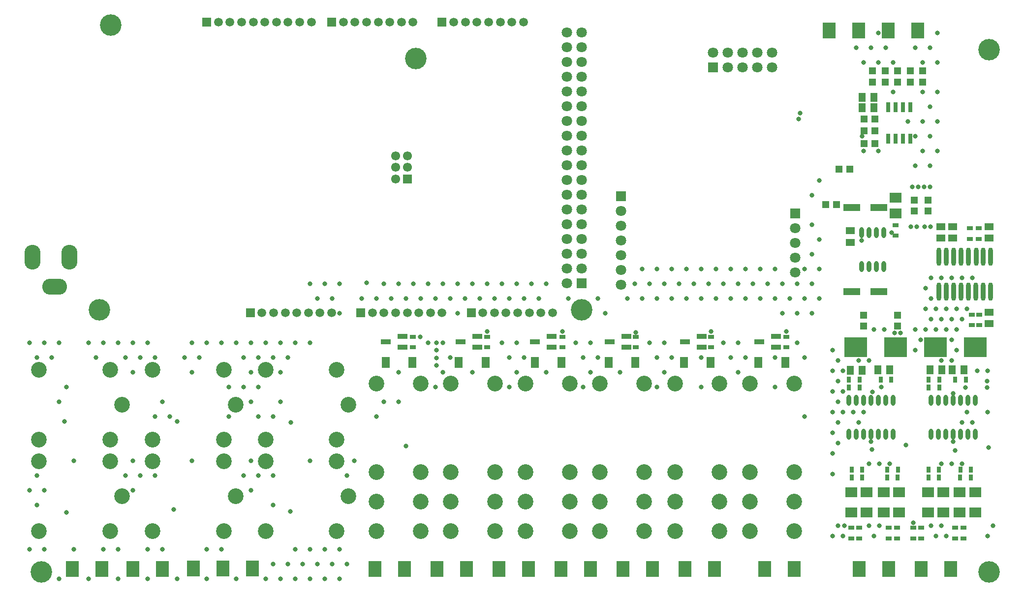
<source format=gts>
G04 Layer_Color=8388736*
%FSTAX24Y24*%
%MOIN*%
G70*
G01*
G75*
%ADD53R,0.0513X0.0513*%
%ADD54R,0.0513X0.0513*%
%ADD55O,0.0316X0.0749*%
%ADD56R,0.0434X0.0316*%
%ADD57R,0.0316X0.0434*%
%ADD58R,0.0789X0.0710*%
%ADD59R,0.1580X0.1379*%
%ADD60R,0.1580X0.1340*%
%ADD61R,0.0513X0.0630*%
%ADD62R,0.1182X0.0474*%
%ADD63R,0.0630X0.0513*%
%ADD64O,0.0316X0.1241*%
%ADD65R,0.0316X0.0651*%
%ADD66R,0.0680X0.0320*%
%ADD67R,0.0533X0.0760*%
%ADD68C,0.0710*%
%ADD69R,0.0710X0.0710*%
%ADD70C,0.1458*%
%ADD71R,0.0867X0.1064*%
%ADD72O,0.1680X0.1080*%
%ADD73O,0.1080X0.1680*%
%ADD74C,0.0592*%
%ADD75R,0.0592X0.0592*%
%ADD76R,0.0710X0.0710*%
%ADD77C,0.0612*%
%ADD78R,0.0612X0.0612*%
%ADD79C,0.1064*%
%ADD80C,0.0320*%
D53*
X0811Y050414D02*
D03*
Y049666D02*
D03*
X0828Y049666D02*
D03*
Y050414D02*
D03*
X0845Y049666D02*
D03*
Y050414D02*
D03*
X08195Y050414D02*
D03*
Y049666D02*
D03*
X08365Y050414D02*
D03*
Y049666D02*
D03*
X08278Y033874D02*
D03*
Y033126D02*
D03*
X0805D02*
D03*
Y033874D02*
D03*
X08485Y041674D02*
D03*
Y040926D02*
D03*
X08393Y041674D02*
D03*
Y040926D02*
D03*
D54*
X080526Y0455D02*
D03*
X081274D02*
D03*
X080526Y04715D02*
D03*
X081274D02*
D03*
X080526Y04635D02*
D03*
X081274D02*
D03*
X077926Y04135D02*
D03*
X078674D02*
D03*
X078826Y04375D02*
D03*
X079574D02*
D03*
D55*
X0795Y028093D02*
D03*
X0805D02*
D03*
X081D02*
D03*
X0815D02*
D03*
X082D02*
D03*
X0825D02*
D03*
X0815Y025807D02*
D03*
X082D02*
D03*
X0825Y025806D02*
D03*
X08Y028093D02*
D03*
X081Y025807D02*
D03*
X0805D02*
D03*
X08D02*
D03*
X0795D02*
D03*
X08505D02*
D03*
X08555D02*
D03*
X08605D02*
D03*
X08655D02*
D03*
X08555Y028093D02*
D03*
X08805Y025806D02*
D03*
X08755Y025807D02*
D03*
X08705D02*
D03*
X08805Y028093D02*
D03*
X08755D02*
D03*
X08705D02*
D03*
X08655D02*
D03*
X08605D02*
D03*
X08505D02*
D03*
X08035Y037157D02*
D03*
X08085D02*
D03*
X08135D02*
D03*
X08185D02*
D03*
X08035Y039443D02*
D03*
X08085D02*
D03*
X08135D02*
D03*
X08185D02*
D03*
D56*
X08784Y03318D02*
D03*
X08784Y033895D02*
D03*
X07965Y01945D02*
D03*
X07965Y018735D02*
D03*
X0822Y01945D02*
D03*
X0822Y018735D02*
D03*
X08275Y01945D02*
D03*
X08275Y018735D02*
D03*
X0802Y01945D02*
D03*
X0802Y018735D02*
D03*
X08725D02*
D03*
X08725Y01945D02*
D03*
X0867Y018735D02*
D03*
X0867Y01945D02*
D03*
X0844Y018735D02*
D03*
X0844Y01945D02*
D03*
X08385Y018735D02*
D03*
X08385Y01945D02*
D03*
X08834Y033895D02*
D03*
X08834Y03318D02*
D03*
X08769Y039745D02*
D03*
X08769Y03903D02*
D03*
X08829Y039745D02*
D03*
X08829Y03903D02*
D03*
X07525Y031685D02*
D03*
X07525Y0324D02*
D03*
X07015Y031685D02*
D03*
X07015Y0324D02*
D03*
X06505Y031685D02*
D03*
X06505Y0324D02*
D03*
X0601Y031685D02*
D03*
X0601Y0324D02*
D03*
X055Y031685D02*
D03*
X055Y0324D02*
D03*
X04995Y031685D02*
D03*
X04995Y0324D02*
D03*
X08265Y039965D02*
D03*
X08265Y03925D02*
D03*
D57*
X0795Y02895D02*
D03*
X080215Y02895D02*
D03*
X0828Y02285D02*
D03*
X082085Y02285D02*
D03*
X0821Y0234D02*
D03*
X082815Y0234D02*
D03*
X0804Y0234D02*
D03*
X079685Y0234D02*
D03*
X0804Y02285D02*
D03*
X079685Y02285D02*
D03*
X08165Y0295D02*
D03*
X082365Y0295D02*
D03*
X0795Y0295D02*
D03*
X080215Y0295D02*
D03*
X084885Y02285D02*
D03*
X0856Y02285D02*
D03*
X084885Y0234D02*
D03*
X0856Y0234D02*
D03*
X087035Y02285D02*
D03*
X08775Y02285D02*
D03*
X087765Y0234D02*
D03*
X08705Y0234D02*
D03*
X085615Y02895D02*
D03*
X0849Y02895D02*
D03*
X085615Y0295D02*
D03*
X0849Y0295D02*
D03*
X087415Y0295D02*
D03*
X0867Y0295D02*
D03*
D58*
X08185Y020499D02*
D03*
Y021851D02*
D03*
X0829D02*
D03*
Y020499D02*
D03*
X07965Y021851D02*
D03*
Y020499D02*
D03*
X0807D02*
D03*
Y021851D02*
D03*
X08805Y020499D02*
D03*
Y021851D02*
D03*
X087D02*
D03*
Y020499D02*
D03*
X0859Y021851D02*
D03*
Y020499D02*
D03*
X08485D02*
D03*
Y021851D02*
D03*
X08265Y041831D02*
D03*
Y040769D02*
D03*
D59*
X079953Y0317D02*
D03*
X085353D02*
D03*
D60*
X082647D02*
D03*
X088047D02*
D03*
D61*
X082244Y03015D02*
D03*
X081456D02*
D03*
X079606Y03014D02*
D03*
X080394D02*
D03*
X085794Y03015D02*
D03*
X085006D02*
D03*
X086506Y03015D02*
D03*
X087294D02*
D03*
X080406Y04794D02*
D03*
X081194D02*
D03*
X080406Y04864D02*
D03*
X081194D02*
D03*
D62*
X081519Y03545D02*
D03*
X079681D02*
D03*
X081519Y04115D02*
D03*
X079681D02*
D03*
D63*
X0796Y038806D02*
D03*
Y039594D02*
D03*
X08899Y033286D02*
D03*
Y034074D02*
D03*
X08574Y039874D02*
D03*
Y039086D02*
D03*
X08654Y039874D02*
D03*
Y039086D02*
D03*
X08899Y039086D02*
D03*
Y039874D02*
D03*
D64*
X08909Y037811D02*
D03*
X08859D02*
D03*
X08814D02*
D03*
X08759D02*
D03*
X08709D02*
D03*
X08659D02*
D03*
X08609D02*
D03*
X08559D02*
D03*
X08909Y035449D02*
D03*
X08859D02*
D03*
X08809D02*
D03*
X08759D02*
D03*
X08709D02*
D03*
X08659D02*
D03*
X08609D02*
D03*
X08559D02*
D03*
D65*
X08215Y045817D02*
D03*
X08265D02*
D03*
X08315D02*
D03*
X08365D02*
D03*
X08215Y047963D02*
D03*
X08265D02*
D03*
X08315D02*
D03*
X08365D02*
D03*
D66*
X073436Y03205D02*
D03*
X074564Y032424D02*
D03*
Y031676D02*
D03*
X068386Y03205D02*
D03*
X069514Y032424D02*
D03*
Y031676D02*
D03*
X063286Y03205D02*
D03*
X064414Y032424D02*
D03*
Y031676D02*
D03*
X058236Y03205D02*
D03*
X059364Y032424D02*
D03*
Y031676D02*
D03*
X053186Y03205D02*
D03*
X054314Y032424D02*
D03*
Y031676D02*
D03*
X048136Y03205D02*
D03*
X049264Y032424D02*
D03*
Y031676D02*
D03*
D67*
X075188Y030641D02*
D03*
X073372D02*
D03*
X070139D02*
D03*
X068322D02*
D03*
X065038D02*
D03*
X063222D02*
D03*
X060038D02*
D03*
X058222D02*
D03*
X054889D02*
D03*
X053072D02*
D03*
X049939D02*
D03*
X048122D02*
D03*
D68*
X0703Y05165D02*
D03*
X0713D02*
D03*
X0723D02*
D03*
X0733D02*
D03*
X0743D02*
D03*
Y05065D02*
D03*
X0733D02*
D03*
X0723D02*
D03*
X0713D02*
D03*
X060386Y036013D02*
D03*
Y037013D02*
D03*
Y038013D02*
D03*
Y039013D02*
D03*
Y040013D02*
D03*
Y041013D02*
D03*
Y042013D02*
D03*
Y043013D02*
D03*
Y044013D02*
D03*
Y045013D02*
D03*
Y046013D02*
D03*
Y047013D02*
D03*
Y048013D02*
D03*
Y049013D02*
D03*
Y050013D02*
D03*
Y051013D02*
D03*
Y052013D02*
D03*
Y053013D02*
D03*
X061386D02*
D03*
Y052013D02*
D03*
Y051013D02*
D03*
Y050013D02*
D03*
Y049013D02*
D03*
Y048013D02*
D03*
Y047013D02*
D03*
Y046013D02*
D03*
Y045013D02*
D03*
Y044013D02*
D03*
Y043013D02*
D03*
Y042013D02*
D03*
Y041013D02*
D03*
Y040013D02*
D03*
Y039013D02*
D03*
Y038013D02*
D03*
Y037013D02*
D03*
X075859Y036747D02*
D03*
Y037747D02*
D03*
Y038747D02*
D03*
Y039747D02*
D03*
X064048Y035928D02*
D03*
Y036928D02*
D03*
Y037928D02*
D03*
Y038928D02*
D03*
Y040928D02*
D03*
Y039928D02*
D03*
D69*
X0703Y05065D02*
D03*
D70*
X089Y051864D02*
D03*
Y01645D02*
D03*
X024775D02*
D03*
X028712Y034234D02*
D03*
X061389D02*
D03*
X050168Y051274D02*
D03*
X029499Y053526D02*
D03*
D71*
X08215Y05315D02*
D03*
X08415D02*
D03*
X080155D02*
D03*
X07816D02*
D03*
X0822Y01665D02*
D03*
X0802D02*
D03*
X0371Y0167D02*
D03*
X0351D02*
D03*
X039095D02*
D03*
X0864Y01665D02*
D03*
X0844D02*
D03*
X0289D02*
D03*
X0269D02*
D03*
X033D02*
D03*
X031D02*
D03*
X0758D02*
D03*
X0738D02*
D03*
X0704D02*
D03*
X0684D02*
D03*
X0494D02*
D03*
X0474D02*
D03*
X0536D02*
D03*
X0516D02*
D03*
X0578D02*
D03*
X0558D02*
D03*
X062D02*
D03*
X06D02*
D03*
X0662D02*
D03*
X0642D02*
D03*
D72*
X025684Y035778D02*
D03*
D73*
X024184Y037778D02*
D03*
X026684D02*
D03*
D74*
X057452Y053722D02*
D03*
X036783D02*
D03*
X03757D02*
D03*
X038358D02*
D03*
X039145D02*
D03*
X039932D02*
D03*
X04072D02*
D03*
X041507D02*
D03*
X042294D02*
D03*
X043082D02*
D03*
X052728D02*
D03*
X053515D02*
D03*
X054302D02*
D03*
X05509D02*
D03*
X055877D02*
D03*
X056665D02*
D03*
X045247D02*
D03*
X046035D02*
D03*
X046822D02*
D03*
X047609D02*
D03*
X048397D02*
D03*
X049184D02*
D03*
X049972D02*
D03*
X054696Y034037D02*
D03*
X055483D02*
D03*
X056271D02*
D03*
X057058D02*
D03*
X057846D02*
D03*
X058633D02*
D03*
X047216D02*
D03*
X048003D02*
D03*
X048791D02*
D03*
X049578D02*
D03*
X050365D02*
D03*
X051153D02*
D03*
X039735D02*
D03*
X040523D02*
D03*
X04131D02*
D03*
X042098D02*
D03*
X042885D02*
D03*
X043672D02*
D03*
X04446D02*
D03*
X05942D02*
D03*
X05194D02*
D03*
D75*
X035995Y053722D02*
D03*
X05194D02*
D03*
X04446D02*
D03*
X053909Y034037D02*
D03*
X046428D02*
D03*
X038948D02*
D03*
D76*
X061386Y036013D02*
D03*
X075859Y040747D02*
D03*
X064048Y041928D02*
D03*
D77*
X049578Y04388D02*
D03*
Y044667D02*
D03*
X048791D02*
D03*
Y04388D02*
D03*
Y043093D02*
D03*
D78*
X049578D02*
D03*
D79*
X029442Y023961D02*
D03*
Y019237D02*
D03*
X024639D02*
D03*
Y023961D02*
D03*
X030249Y021599D02*
D03*
X037142Y030161D02*
D03*
Y025437D02*
D03*
X032339D02*
D03*
Y030161D02*
D03*
X037949Y027799D02*
D03*
X029442Y030161D02*
D03*
Y025437D02*
D03*
X024639D02*
D03*
Y030161D02*
D03*
X030249Y027799D02*
D03*
X044792Y030161D02*
D03*
Y025437D02*
D03*
X039989D02*
D03*
Y030161D02*
D03*
X045599Y027799D02*
D03*
X037142Y023961D02*
D03*
Y019237D02*
D03*
X032339D02*
D03*
Y023961D02*
D03*
X037949Y021599D02*
D03*
X044792Y023961D02*
D03*
Y019237D02*
D03*
X039989D02*
D03*
Y023961D02*
D03*
X045599Y021599D02*
D03*
X047484Y029211D02*
D03*
X050476D02*
D03*
X047484Y019211D02*
D03*
Y021211D02*
D03*
Y023211D02*
D03*
X050476Y019211D02*
D03*
Y021211D02*
D03*
Y023211D02*
D03*
X052534Y029211D02*
D03*
X055526D02*
D03*
X052534Y019211D02*
D03*
Y021211D02*
D03*
Y023211D02*
D03*
X055526Y019211D02*
D03*
Y021211D02*
D03*
Y023211D02*
D03*
X057584Y029211D02*
D03*
X060576D02*
D03*
X057584Y019211D02*
D03*
Y021211D02*
D03*
Y023211D02*
D03*
X060576Y019211D02*
D03*
Y021211D02*
D03*
Y023211D02*
D03*
X062634Y029211D02*
D03*
X065626D02*
D03*
X062634Y019211D02*
D03*
Y021211D02*
D03*
Y023211D02*
D03*
X065626Y019211D02*
D03*
Y021211D02*
D03*
Y023211D02*
D03*
X067734Y029211D02*
D03*
X070726D02*
D03*
X067734Y019211D02*
D03*
Y021211D02*
D03*
Y023211D02*
D03*
X070726Y019211D02*
D03*
Y021211D02*
D03*
Y023211D02*
D03*
X072784Y029211D02*
D03*
X075776D02*
D03*
X072784Y019211D02*
D03*
Y021211D02*
D03*
Y023211D02*
D03*
X075776Y019211D02*
D03*
Y021211D02*
D03*
Y023211D02*
D03*
D80*
X076Y032D02*
D03*
X0765Y031D02*
D03*
Y027D02*
D03*
X0745Y031D02*
D03*
Y029D02*
D03*
X072Y032D02*
D03*
X0725Y031D02*
D03*
X072Y03D02*
D03*
X071Y032D02*
D03*
X0715Y031D02*
D03*
X0695D02*
D03*
Y029D02*
D03*
X067Y032D02*
D03*
X0675Y031D02*
D03*
X067Y03D02*
D03*
X066Y032D02*
D03*
X0665Y031D02*
D03*
Y029D02*
D03*
X064Y03D02*
D03*
X062Y032D02*
D03*
X0625Y031D02*
D03*
X062Y03D02*
D03*
X061Y032D02*
D03*
X0615Y031D02*
D03*
Y029D02*
D03*
X059Y03D02*
D03*
X057Y032D02*
D03*
X0575Y031D02*
D03*
X057Y03D02*
D03*
X056Y032D02*
D03*
X0565Y031D02*
D03*
Y029D02*
D03*
X054Y03D02*
D03*
X052Y032D02*
D03*
X0525Y031D02*
D03*
X052Y03D02*
D03*
X051Y032D02*
D03*
X0515Y029D02*
D03*
X049Y03D02*
D03*
Y028D02*
D03*
X0495Y025D02*
D03*
X048Y028D02*
D03*
X0475Y027D02*
D03*
X046Y024D02*
D03*
X0455Y023D02*
D03*
X045Y018D02*
D03*
X0455Y017D02*
D03*
X045Y016D02*
D03*
X044Y018D02*
D03*
X0445Y017D02*
D03*
X044Y016D02*
D03*
X043Y032D02*
D03*
Y024D02*
D03*
Y018D02*
D03*
X0435Y017D02*
D03*
X043Y016D02*
D03*
X042Y032D02*
D03*
Y018D02*
D03*
X0425Y017D02*
D03*
X042Y016D02*
D03*
X041Y032D02*
D03*
X0415Y031D02*
D03*
X041Y03D02*
D03*
Y028D02*
D03*
X0415Y017D02*
D03*
X041Y016D02*
D03*
X04Y032D02*
D03*
X0405Y031D02*
D03*
Y027D02*
D03*
Y023D02*
D03*
Y021D02*
D03*
Y017D02*
D03*
X04Y016D02*
D03*
X039Y032D02*
D03*
X0395Y031D02*
D03*
X039Y03D02*
D03*
X0395Y029D02*
D03*
X039Y028D02*
D03*
X0395Y027D02*
D03*
X039Y024D02*
D03*
X0395Y023D02*
D03*
X039Y022D02*
D03*
X038Y032D02*
D03*
X0385Y031D02*
D03*
Y029D02*
D03*
Y023D02*
D03*
X038Y016D02*
D03*
X037Y032D02*
D03*
X0375Y029D02*
D03*
Y027D02*
D03*
X037Y018D02*
D03*
X036Y032D02*
D03*
Y018D02*
D03*
Y016D02*
D03*
X035Y032D02*
D03*
X0355Y031D02*
D03*
X035Y03D02*
D03*
Y024D02*
D03*
X0345Y031D02*
D03*
X034Y016D02*
D03*
X033Y028D02*
D03*
X0335Y027D02*
D03*
X033Y018D02*
D03*
X032Y032D02*
D03*
X0325Y031D02*
D03*
Y027D02*
D03*
Y023D02*
D03*
X032Y018D02*
D03*
Y016D02*
D03*
X031Y032D02*
D03*
X0315Y031D02*
D03*
X031Y03D02*
D03*
Y024D02*
D03*
X0315Y023D02*
D03*
X031Y022D02*
D03*
X03Y032D02*
D03*
X0305Y031D02*
D03*
Y023D02*
D03*
X03Y018D02*
D03*
Y016D02*
D03*
X029Y032D02*
D03*
Y018D02*
D03*
X028Y032D02*
D03*
X0285Y031D02*
D03*
X028Y016D02*
D03*
X027Y024D02*
D03*
Y018D02*
D03*
X026Y032D02*
D03*
X0265Y029D02*
D03*
X026Y028D02*
D03*
Y016D02*
D03*
X025Y032D02*
D03*
X0255Y031D02*
D03*
X025Y022D02*
D03*
Y018D02*
D03*
X024Y032D02*
D03*
X0245Y031D02*
D03*
Y023D02*
D03*
X024Y022D02*
D03*
X0245Y021D02*
D03*
X024Y018D02*
D03*
X0855Y053D02*
D03*
X085Y052D02*
D03*
X0855Y051D02*
D03*
Y049D02*
D03*
X085Y048D02*
D03*
X0855Y047D02*
D03*
X085Y046D02*
D03*
X0855Y045D02*
D03*
X085Y044D02*
D03*
X084Y052D02*
D03*
X0845Y051D02*
D03*
Y049D02*
D03*
Y047D02*
D03*
X084Y046D02*
D03*
X0845Y045D02*
D03*
X084Y044D02*
D03*
X0835Y047D02*
D03*
X082Y052D02*
D03*
X0825Y051D02*
D03*
Y049D02*
D03*
X0815Y053D02*
D03*
X081Y052D02*
D03*
X0815Y051D02*
D03*
Y045D02*
D03*
X08Y052D02*
D03*
X0805Y051D02*
D03*
Y045D02*
D03*
X0775Y043D02*
D03*
X077Y042D02*
D03*
Y04D02*
D03*
X0775Y039D02*
D03*
X077Y038D02*
D03*
X0775Y037D02*
D03*
X077Y036D02*
D03*
X0775Y035D02*
D03*
X077Y034D02*
D03*
X0765Y037D02*
D03*
X076Y036D02*
D03*
X0765Y035D02*
D03*
X076Y034D02*
D03*
X075Y036D02*
D03*
X0755Y035D02*
D03*
X075Y034D02*
D03*
X0745Y037D02*
D03*
X074Y036D02*
D03*
X0745Y035D02*
D03*
X0735Y037D02*
D03*
X073Y036D02*
D03*
X0735Y035D02*
D03*
X0725Y037D02*
D03*
X072Y036D02*
D03*
X0725Y035D02*
D03*
X0715Y037D02*
D03*
X071Y036D02*
D03*
X0715Y035D02*
D03*
X0705Y037D02*
D03*
X07Y036D02*
D03*
X0705Y035D02*
D03*
X0695Y037D02*
D03*
X069Y036D02*
D03*
X0695Y035D02*
D03*
X0685Y037D02*
D03*
X068Y036D02*
D03*
X0685Y035D02*
D03*
X0675Y037D02*
D03*
X067Y036D02*
D03*
X0675Y035D02*
D03*
X0665Y037D02*
D03*
X066Y036D02*
D03*
X0665Y035D02*
D03*
X0655Y037D02*
D03*
X065Y036D02*
D03*
X0655Y035D02*
D03*
X0645D02*
D03*
X063Y034D02*
D03*
X0625Y035D02*
D03*
X0605D02*
D03*
X059Y036D02*
D03*
X058D02*
D03*
X0585Y035D02*
D03*
X057Y036D02*
D03*
X0575Y035D02*
D03*
X056Y036D02*
D03*
X0565Y035D02*
D03*
X055Y036D02*
D03*
X0555Y035D02*
D03*
X054Y036D02*
D03*
X0545Y035D02*
D03*
X053Y036D02*
D03*
X0535Y035D02*
D03*
X053Y034D02*
D03*
X052Y036D02*
D03*
X0525Y035D02*
D03*
X051Y036D02*
D03*
X0515Y035D02*
D03*
X05Y036D02*
D03*
X0505Y035D02*
D03*
X049Y036D02*
D03*
X0495Y035D02*
D03*
X048Y036D02*
D03*
X0485Y035D02*
D03*
X0475D02*
D03*
X0465D02*
D03*
X045Y036D02*
D03*
Y034D02*
D03*
X044Y036D02*
D03*
X0445Y035D02*
D03*
X043Y036D02*
D03*
X0435Y035D02*
D03*
X0889Y0301D02*
D03*
Y0273D02*
D03*
X08925Y0196D02*
D03*
X0889Y0189D02*
D03*
X0882Y0301D02*
D03*
X08785Y0364D02*
D03*
X0875Y0343D02*
D03*
Y0273D02*
D03*
X08785Y0266D02*
D03*
X08715Y0364D02*
D03*
X0868Y0343D02*
D03*
X08715Y0336D02*
D03*
X0868Y0329D02*
D03*
Y0315D02*
D03*
X08715Y0266D02*
D03*
Y0238D02*
D03*
X08645Y0364D02*
D03*
X0861Y0343D02*
D03*
X08645Y0336D02*
D03*
X0861Y0329D02*
D03*
X08645Y0322D02*
D03*
Y0308D02*
D03*
Y0238D02*
D03*
X0861Y0189D02*
D03*
X08575Y0364D02*
D03*
X0854Y0343D02*
D03*
X08575Y0336D02*
D03*
X0854Y0329D02*
D03*
X08575Y0308D02*
D03*
Y0238D02*
D03*
Y0196D02*
D03*
X0854Y0189D02*
D03*
X08505Y0364D02*
D03*
X0847Y0357D02*
D03*
X08505Y035D02*
D03*
X0847Y0343D02*
D03*
X08505Y0336D02*
D03*
X0847Y0329D02*
D03*
X08505Y0196D02*
D03*
X084Y0329D02*
D03*
X08435Y0322D02*
D03*
X084Y0315D02*
D03*
X0819Y0329D02*
D03*
X08225Y0238D02*
D03*
X0812Y0329D02*
D03*
X08155Y0238D02*
D03*
Y0196D02*
D03*
X0812Y0189D02*
D03*
X08085Y0308D02*
D03*
X0805Y0273D02*
D03*
X08085Y0238D02*
D03*
Y0196D02*
D03*
X08015Y0308D02*
D03*
X0798Y0273D02*
D03*
X08015Y0266D02*
D03*
X0791Y0301D02*
D03*
Y0287D02*
D03*
Y0273D02*
D03*
Y0189D02*
D03*
X0784Y0315D02*
D03*
X07875Y0308D02*
D03*
X0784Y0301D02*
D03*
X07875Y0294D02*
D03*
X0784Y0287D02*
D03*
X07875Y028D02*
D03*
X0784Y0273D02*
D03*
X07875Y0266D02*
D03*
X0784Y0259D02*
D03*
X07875Y0252D02*
D03*
X0784Y0245D02*
D03*
Y0231D02*
D03*
X07875Y0196D02*
D03*
X0784Y0189D02*
D03*
X08655Y02857D02*
D03*
X08109Y02865D02*
D03*
X08655Y02528D02*
D03*
X08099Y02529D02*
D03*
X04681Y03607D02*
D03*
X0761Y04715D02*
D03*
X0762Y04755D02*
D03*
X05155Y03045D02*
D03*
Y03095D02*
D03*
Y0315D02*
D03*
Y032D02*
D03*
X07525Y03275D02*
D03*
X07015D02*
D03*
X06505Y0327D02*
D03*
X0601Y03275D02*
D03*
X055D02*
D03*
X05045Y0324D02*
D03*
X08885Y0294D02*
D03*
X0874Y02895D02*
D03*
X08885D02*
D03*
X04165Y02055D02*
D03*
X0417Y0266D02*
D03*
X03375Y0207D02*
D03*
X034Y02665D02*
D03*
X0265Y0205D02*
D03*
X02635Y02665D02*
D03*
X08335Y02505D02*
D03*
X08895Y0249D02*
D03*
X0817Y029D02*
D03*
X08105Y02475D02*
D03*
X0867Y0247D02*
D03*
X0792Y0196D02*
D03*
X08385Y0198D02*
D03*
X0804Y046D02*
D03*
X08298Y03265D02*
D03*
X08258D02*
D03*
X08464Y03985D02*
D03*
X08503D02*
D03*
X08036Y03891D02*
D03*
X0837Y03985D02*
D03*
X0841D02*
D03*
X0838Y04255D02*
D03*
X0842D02*
D03*
X0846D02*
D03*
X085D02*
D03*
X0824Y03945D02*
D03*
X0787Y04135D02*
D03*
M02*

</source>
